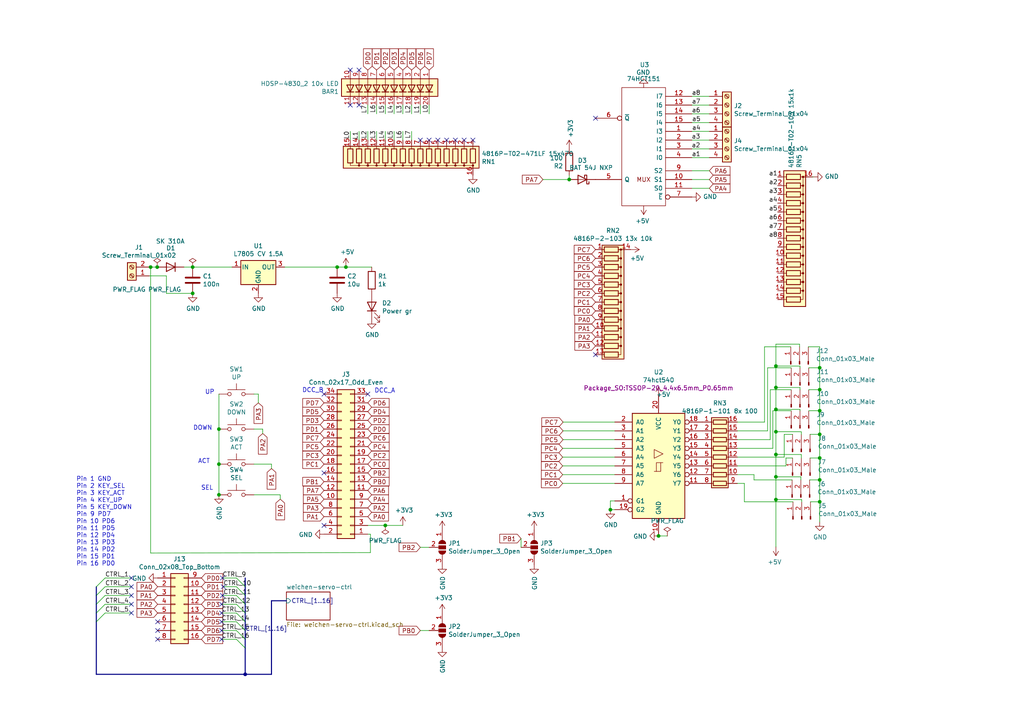
<source format=kicad_sch>
(kicad_sch (version 20211123) (generator eeschema)
  (paper "A4")
  (title_block (title "sboxnet weichenservo") (date "31.08.2019") (rev "1") (company "balagi"))
  (junction (at 177.038 147.828))
  (junction (at 225.044 138.303))
  (junction (at 43.688 77.47))
  (junction (at 165.1 52.07))
  (junction (at 237.744 119.126))
  (junction (at 71.12 195.58))
  (junction (at 237.744 125.984))
  (junction (at 237.744 145.542))
  (junction (at 63.5 134.62))
  (junction (at 237.744 113.03))
  (junction (at 97.79 77.47))
  (junction (at 225.044 144.907))
  (junction (at 225.044 118.745))
  (junction (at 45.593 77.47))
  (junction (at 63.5 143.51))
  (junction (at 63.5 124.46))
  (junction (at 237.744 106.68))
  (junction (at 225.044 131.826))
  (junction (at 225.044 106.172))
  (junction (at 237.744 132.842))
  (junction (at 191.008 155.448))
  (junction (at 237.744 139.192))
  (junction (at 225.044 112.395))
  (junction (at 55.88 77.47))
  (junction (at 225.044 125.222))
  (junction (at 55.88 85.09))
  (junction (at 111.76 152.4))
  (junction (at 100.33 77.47))
  (no_connect (at 38.1 170.18))
  (no_connect (at 64.516 172.72))
  (no_connect (at 172.72 102.87))
  (no_connect (at 101.6 20.32))
  (no_connect (at 64.262 175.26))
  (no_connect (at 45.72 182.88))
  (no_connect (at 129.54 40.64))
  (no_connect (at 172.72 34.29))
  (no_connect (at 132.08 40.64))
  (no_connect (at 101.6 30.48))
  (no_connect (at 45.72 185.42))
  (no_connect (at 38.1 172.72))
  (no_connect (at 45.72 180.34))
  (no_connect (at 124.46 40.64))
  (no_connect (at 121.92 40.64))
  (no_connect (at 127 40.64))
  (no_connect (at 93.98 152.4))
  (no_connect (at 64.262 182.88))
  (no_connect (at 64.262 185.42))
  (no_connect (at 64.77 170.18))
  (no_connect (at 64.516 167.64))
  (no_connect (at 104.14 30.48))
  (no_connect (at 38.1 167.64))
  (no_connect (at 64.262 177.8))
  (no_connect (at 104.14 20.32))
  (no_connect (at 137.16 40.64))
  (no_connect (at 93.98 137.16))
  (no_connect (at 38.1 177.8))
  (no_connect (at 64.262 180.34))
  (no_connect (at 106.68 114.3))
  (no_connect (at 93.98 114.3))
  (no_connect (at 38.1 175.26))
  (no_connect (at 134.62 40.64))
  (bus_entry (at 27.94 170.18) (size 2.54 -2.54))
  (bus_entry (at 27.94 172.72) (size 2.54 -2.54))
  (bus_entry (at 27.94 180.34) (size 2.54 -2.54))
  (bus_entry (at 27.94 175.26) (size 2.54 -2.54))
  (bus_entry (at 27.94 177.8) (size 2.54 -2.54))
  (bus_entry (at 68.58 172.72) (size 2.54 2.54))
  (bus_entry (at 68.58 175.26) (size 2.54 2.54))
  (bus_entry (at 68.58 177.8) (size 2.54 2.54))
  (bus_entry (at 68.58 180.34) (size 2.54 2.54))
  (bus_entry (at 68.58 185.42) (size 2.54 2.54))
  (bus_entry (at 68.58 167.64) (size 2.54 2.54))
  (bus_entry (at 68.58 182.88) (size 2.54 2.54))
  (bus_entry (at 68.58 170.18) (size 2.54 2.54))
  (wire (pts (xy 227.965 135.128) (xy 213.868 135.128)))
  (wire (pts (xy 200.66 43.18) (xy 205.74 43.18)))
  (wire (pts (xy 200.66 54.61) (xy 205.74 54.61)))
  (wire (pts (xy 232.029 112.395) (xy 232.029 113.03)))
  (bus (pts (xy 71.12 177.8) (xy 71.12 180.34)))
  (wire (pts (xy 227.965 132.842) (xy 227.965 135.128)))
  (bus (pts (xy 71.12 182.88) (xy 71.12 185.42)))
  (wire (pts (xy 30.48 172.72) (xy 38.1 172.72)))
  (wire (pts (xy 119.38 30.48) (xy 119.38 33.02)))
  (bus (pts (xy 71.12 167.64) (xy 71.12 170.18)))
  (wire (pts (xy 237.744 119.126) (xy 234.569 119.126)))
  (wire (pts (xy 81.28 144.78) (xy 81.28 143.51)))
  (wire (pts (xy 237.744 139.192) (xy 234.823 139.192)))
  (wire (pts (xy 48.26 80.01) (xy 43.307 80.01)))
  (wire (pts (xy 223.393 113.03) (xy 223.393 127.508)))
  (wire (pts (xy 225.044 118.745) (xy 225.044 112.395)))
  (wire (pts (xy 221.742 122.428) (xy 213.868 122.428)))
  (bus (pts (xy 71.12 175.26) (xy 71.12 177.8)))
  (wire (pts (xy 163.322 124.968) (xy 178.308 124.968)))
  (bus (pts (xy 27.94 175.26) (xy 27.94 177.8)))
  (bus (pts (xy 27.94 172.72) (xy 27.94 175.26)))
  (wire (pts (xy 157.48 52.07) (xy 165.1 52.07)))
  (wire (pts (xy 82.55 77.47) (xy 97.79 77.47)))
  (wire (pts (xy 200.66 45.72) (xy 205.74 45.72)))
  (wire (pts (xy 200.66 38.1) (xy 205.74 38.1)))
  (wire (pts (xy 224.155 130.048) (xy 213.868 130.048)))
  (bus (pts (xy 27.94 177.8) (xy 27.94 180.34)))
  (wire (pts (xy 177.038 145.288) (xy 177.038 147.828)))
  (wire (pts (xy 64.77 170.18) (xy 68.58 170.18)))
  (wire (pts (xy 237.744 139.192) (xy 237.744 132.842)))
  (wire (pts (xy 232.41 125.222) (xy 225.044 125.222)))
  (wire (pts (xy 107.442 154.94) (xy 106.68 154.94)))
  (bus (pts (xy 71.12 172.72) (xy 71.12 175.26)))
  (wire (pts (xy 232.283 138.303) (xy 225.044 138.303)))
  (wire (pts (xy 43.688 77.47) (xy 43.307 77.47)))
  (wire (pts (xy 107.442 160.274) (xy 107.442 154.94)))
  (wire (pts (xy 237.744 132.842) (xy 237.744 125.984)))
  (wire (pts (xy 225.044 125.222) (xy 225.044 131.826)))
  (wire (pts (xy 215.9 145.542) (xy 215.9 140.208)))
  (wire (pts (xy 78.74 135.89) (xy 78.74 134.62)))
  (bus (pts (xy 27.94 170.18) (xy 27.94 172.72)))
  (wire (pts (xy 232.537 144.907) (xy 225.044 144.907)))
  (wire (pts (xy 163.322 122.428) (xy 178.308 122.428)))
  (wire (pts (xy 177.038 147.828) (xy 178.308 147.828)))
  (wire (pts (xy 163.195 140.208) (xy 178.308 140.208)))
  (wire (pts (xy 232.283 139.192) (xy 232.283 138.303)))
  (wire (pts (xy 178.308 145.288) (xy 177.038 145.288)))
  (wire (pts (xy 235.712 51.308) (xy 235.966 51.308)))
  (wire (pts (xy 43.688 160.401) (xy 43.688 77.47)))
  (wire (pts (xy 227.457 132.588) (xy 227.457 125.984)))
  (wire (pts (xy 215.9 140.208) (xy 213.868 140.208)))
  (wire (pts (xy 111.76 40.64) (xy 111.76 38.1)))
  (wire (pts (xy 200.66 33.02) (xy 205.74 33.02)))
  (wire (pts (xy 200.66 52.07) (xy 205.74 52.07)))
  (wire (pts (xy 116.84 30.48) (xy 116.84 33.02)))
  (wire (pts (xy 163.195 130.048) (xy 178.308 130.048)))
  (wire (pts (xy 200.66 27.94) (xy 205.74 27.94)))
  (wire (pts (xy 229.87 132.842) (xy 227.965 132.842)))
  (wire (pts (xy 163.322 127.508) (xy 178.308 127.508)))
  (bus (pts (xy 71.12 195.58) (xy 78.74 195.58)))
  (wire (pts (xy 53.34 77.47) (xy 55.88 77.47)))
  (wire (pts (xy 30.48 170.18) (xy 38.1 170.18)))
  (wire (pts (xy 45.593 77.47) (xy 45.72 77.47)))
  (wire (pts (xy 218.694 139.192) (xy 218.694 137.668)))
  (wire (pts (xy 237.744 145.542) (xy 235.077 145.542)))
  (wire (pts (xy 64.262 177.8) (xy 68.58 177.8)))
  (wire (pts (xy 109.22 40.64) (xy 109.22 38.1)))
  (wire (pts (xy 104.14 38.1) (xy 104.14 40.64)))
  (bus (pts (xy 71.12 187.96) (xy 71.12 195.58)))
  (wire (pts (xy 229.489 119.126) (xy 224.155 119.126)))
  (bus (pts (xy 27.94 195.58) (xy 71.12 195.58)))
  (wire (pts (xy 229.489 113.03) (xy 223.393 113.03)))
  (wire (pts (xy 200.66 30.48) (xy 205.74 30.48)))
  (bus (pts (xy 27.94 180.34) (xy 27.94 195.58)))
  (wire (pts (xy 109.22 30.48) (xy 109.22 33.02)))
  (wire (pts (xy 114.3 30.48) (xy 114.3 33.02)))
  (wire (pts (xy 73.66 124.46) (xy 76.2 124.46)))
  (wire (pts (xy 30.48 175.26) (xy 38.1 175.26)))
  (bus (pts (xy 78.74 195.58) (xy 78.74 174.244)))
  (wire (pts (xy 200.66 35.56) (xy 205.74 35.56)))
  (wire (pts (xy 114.3 40.64) (xy 114.3 38.1)))
  (wire (pts (xy 222.631 124.968) (xy 213.868 124.968)))
  (wire (pts (xy 229.489 106.68) (xy 222.631 106.68)))
  (wire (pts (xy 63.5 114.3) (xy 63.5 124.46)))
  (wire (pts (xy 73.66 114.3) (xy 74.93 114.3)))
  (wire (pts (xy 163.195 135.128) (xy 178.308 135.128)))
  (wire (pts (xy 30.48 167.64) (xy 38.1 167.64)))
  (wire (pts (xy 225.044 125.222) (xy 225.044 118.745)))
  (wire (pts (xy 232.537 145.542) (xy 232.537 144.907)))
  (wire (pts (xy 229.743 139.192) (xy 218.694 139.192)))
  (wire (pts (xy 116.84 40.64) (xy 116.84 38.1)))
  (bus (pts (xy 78.74 174.244) (xy 83.058 174.244)))
  (wire (pts (xy 225.044 118.745) (xy 232.029 118.745)))
  (wire (pts (xy 64.262 185.42) (xy 68.58 185.42)))
  (wire (pts (xy 64.516 167.64) (xy 68.58 167.64)))
  (wire (pts (xy 121.92 158.75) (xy 124.46 158.75)))
  (wire (pts (xy 81.28 143.51) (xy 73.66 143.51)))
  (wire (pts (xy 232.41 132.842) (xy 232.41 131.826)))
  (wire (pts (xy 119.38 40.64) (xy 119.38 38.1)))
  (bus (pts (xy 71.12 180.34) (xy 71.12 182.88)))
  (wire (pts (xy 163.195 137.668) (xy 178.308 137.668)))
  (wire (pts (xy 222.631 106.68) (xy 222.631 124.968)))
  (wire (pts (xy 225.044 131.826) (xy 225.044 138.303)))
  (wire (pts (xy 74.93 116.84) (xy 74.93 114.3)))
  (wire (pts (xy 225.044 106.172) (xy 232.029 106.172)))
  (wire (pts (xy 64.262 182.88) (xy 68.58 182.88)))
  (wire (pts (xy 106.68 30.48) (xy 106.68 33.02)))
  (wire (pts (xy 200.66 40.64) (xy 205.74 40.64)))
  (wire (pts (xy 225.044 112.395) (xy 225.044 106.172)))
  (bus (pts (xy 71.12 170.18) (xy 71.12 172.72)))
  (wire (pts (xy 225.044 112.395) (xy 232.029 112.395)))
  (wire (pts (xy 237.744 125.984) (xy 237.744 119.126)))
  (wire (pts (xy 55.88 77.47) (xy 67.31 77.47)))
  (wire (pts (xy 237.744 125.984) (xy 234.95 125.984)))
  (wire (pts (xy 223.393 127.508) (xy 213.868 127.508)))
  (wire (pts (xy 165.1 50.8) (xy 165.1 52.07)))
  (wire (pts (xy 106.68 40.64) (xy 106.68 38.1)))
  (wire (pts (xy 229.362 100.584) (xy 221.742 100.584)))
  (wire (pts (xy 121.92 30.48) (xy 121.92 33.02)))
  (wire (pts (xy 221.742 100.584) (xy 221.742 122.428)))
  (wire (pts (xy 101.6 38.1) (xy 101.6 40.64)))
  (wire (pts (xy 163.195 132.588) (xy 178.308 132.588)))
  (wire (pts (xy 107.442 160.274) (xy 43.688 160.401)))
  (wire (pts (xy 124.46 30.48) (xy 124.46 33.02)))
  (wire (pts (xy 100.33 77.47) (xy 107.823 77.47)))
  (wire (pts (xy 106.68 152.4) (xy 111.76 152.4)))
  (wire (pts (xy 48.26 85.09) (xy 55.88 85.09)))
  (wire (pts (xy 237.744 106.68) (xy 237.744 100.584)))
  (wire (pts (xy 225.044 138.303) (xy 225.044 144.907)))
  (wire (pts (xy 237.744 119.126) (xy 237.744 113.03)))
  (wire (pts (xy 213.868 132.588) (xy 227.457 132.588)))
  (wire (pts (xy 237.744 113.03) (xy 234.569 113.03)))
  (wire (pts (xy 232.029 106.172) (xy 232.029 106.68)))
  (wire (pts (xy 64.516 172.72) (xy 68.58 172.72)))
  (wire (pts (xy 64.262 175.26) (xy 68.58 175.26)))
  (wire (pts (xy 63.5 134.62) (xy 63.5 143.51)))
  (wire (pts (xy 30.48 177.8) (xy 38.1 177.8)))
  (wire (pts (xy 232.41 125.984) (xy 232.41 125.222)))
  (wire (pts (xy 232.029 118.745) (xy 232.029 119.126)))
  (wire (pts (xy 237.744 145.542) (xy 237.744 139.192)))
  (wire (pts (xy 64.262 180.34) (xy 68.58 180.34)))
  (wire (pts (xy 225.044 106.172) (xy 225.044 99.822)))
  (wire (pts (xy 237.744 132.842) (xy 234.95 132.842)))
  (wire (pts (xy 231.902 99.822) (xy 231.902 100.584)))
  (wire (pts (xy 76.2 125.73) (xy 76.2 124.46)))
  (wire (pts (xy 237.744 113.03) (xy 237.744 106.68)))
  (wire (pts (xy 48.26 80.01) (xy 48.26 85.09)))
  (wire (pts (xy 218.694 137.668) (xy 213.868 137.668)))
  (wire (pts (xy 237.744 106.68) (xy 234.569 106.68)))
  (wire (pts (xy 73.66 134.62) (xy 78.74 134.62)))
  (wire (pts (xy 191.008 155.448) (xy 193.548 155.448)))
  (wire (pts (xy 237.744 151.384) (xy 237.744 145.542)))
  (wire (pts (xy 43.688 77.47) (xy 45.593 77.47)))
  (wire (pts (xy 232.41 131.826) (xy 225.044 131.826)))
  (wire (pts (xy 151.13 156.21) (xy 151.13 158.75)))
  (wire (pts (xy 227.457 125.984) (xy 229.87 125.984)))
  (wire (pts (xy 225.044 144.907) (xy 225.044 158.623)))
  (wire (pts (xy 229.997 145.542) (xy 215.9 145.542)))
  (wire (pts (xy 225.044 99.822) (xy 231.902 99.822)))
  (wire (pts (xy 97.79 77.47) (xy 100.33 77.47)))
  (wire (pts (xy 111.76 152.4) (xy 116.84 152.4)))
  (wire (pts (xy 237.744 100.584) (xy 234.442 100.584)))
  (wire (pts (xy 224.155 119.126) (xy 224.155 130.048)))
  (bus (pts (xy 71.12 185.42) (xy 71.12 187.96)))
  (wire (pts (xy 63.5 124.46) (xy 63.5 134.62)))
  (wire (pts (xy 121.92 182.88) (xy 124.46 182.88)))
  (wire (pts (xy 111.76 30.48) (xy 111.76 33.02)))
  (wire (pts (xy 200.66 49.53) (xy 205.74 49.53)))
  (text "DOWN" (at 56.007 124.968 0) (effects (font (size 1.27 1.27)) (justify left bottom)))
  (text "Pin 1 GND\nPin 2 KEY_SEL\nPin 3 KEY_ACT\nPin 4 KEY_UP\nPin 5 KEY_DOWN\nPin 9 PD7\nPin 10 PD6\nPin 11 PD5\nPin 12 PD4\nPin 13 PD3\nPin 14 PD2\nPin 15 PD1\nPin 16 PD0" (at 22.098 164.338 0) (effects (font (size 1.27 1.27)) (justify left bottom)))
  (text "DCC_B" (at 87.63 114.046 0) (effects (font (size 1.27 1.27)) (justify left bottom)))
  (text "UP" (at 59.436 114.554 0) (effects (font (size 1.27 1.27)) (justify left bottom)))
  (text "DCC_A" (at 108.585 114.173 0) (effects (font (size 1.27 1.27)) (justify left bottom)))
  (text "SEL" (at 58.293 142.367 0) (effects (font (size 1.27 1.27)) (justify left bottom)))
  (text "ACT" (at 57.404 134.62 0) (effects (font (size 1.27 1.27)) (justify left bottom)))
  (label "a6" (at 225.552 64.008 180))
  (label "L0" (at 124.46 32.766 90))
  (label "L3" (at 116.84 32.893 90))
  (label "CTRL_14" (at 64.262 180.34 0))
  (label "a3" (at 225.552 56.388 180))
  (label "CTRL_1" (at 30.48 167.64 0))
  (label "a1" (at 203.2 45.72 180))
  (label "CTRL_13" (at 64.262 177.8 0))
  (label "CTRL_2" (at 30.48 170.18 0))
  (label "CTRL_12" (at 64.516 175.26 0))
  (label "CTRL_4" (at 30.48 175.26 0))
  (label "L0" (at 101.6 40.386 90))
  (label "a4" (at 225.552 58.928 180))
  (label "L6" (at 116.84 40.259 90))
  (label "CTRL_3" (at 30.48 172.72 0))
  (label "L1" (at 104.14 40.513 90))
  (label "L2" (at 106.68 40.259 90))
  (label "a5" (at 225.552 61.468 180))
  (label "a2" (at 203.1492 43.18 180))
  (label "L7" (at 106.68 32.893 90))
  (label "CTRL_9" (at 64.516 167.64 0))
  (label "CTRL_15" (at 64.262 182.88 0))
  (label "CTRL_16" (at 64.262 185.42 0))
  (label "a8" (at 225.552 69.088 180))
  (label "CTRL_10" (at 64.77 170.18 0))
  (label "L4" (at 114.3 32.893 90))
  (label "CTRL_5" (at 30.48 177.8 0))
  (label "CTRL_11" (at 64.77 172.72 0))
  (label "a7" (at 225.552 66.548 180))
  (label "L7" (at 119.38 40.259 90))
  (label "a6" (at 203.2 33.02 180))
  (label "L2" (at 119.38 32.893 90))
  (label "L4" (at 111.76 40.259 90))
  (label "a7" (at 203.2 30.48 180))
  (label "a8" (at 203.2 27.94 180))
  (label "a1" (at 225.552 51.308 180))
  (label "L5" (at 114.3 40.259 90))
  (label "L6" (at 109.22 32.766 90))
  (label "a4" (at 203.2508 38.1 180))
  (label "L1" (at 121.92 32.893 90))
  (label "L5" (at 111.76 32.893 90))
  (label "a3" (at 203.1492 40.64 180))
  (label "a5" (at 203.2508 35.56 180))
  (label "L3" (at 109.22 40.259 90))
  (label "a2" (at 225.552 53.848 180))
  (label "CTRL_[1..16]" (at 71.12 183.388 0))
  (global_label "PD3" (shape input) (at 93.98 121.92 180) (property "Referenzen zwischen Schaltplänen" "${INTERSHEET_REFS}" (effects hide)))
  (global_label "PB0" (shape input) (at 121.92 182.88 180) (property "Referenzen zwischen Schaltplänen" "${INTERSHEET_REFS}" (effects hide)))
  (global_label "PA4" (shape input) (at 106.68 144.78 0) (property "Referenzen zwischen Schaltplänen" "${INTERSHEET_REFS}" (effects hide)))
  (global_label "PC5" (shape input) (at 93.98 129.54 180) (property "Referenzen zwischen Schaltplänen" "${INTERSHEET_REFS}" (effects hide)))
  (global_label "PB1" (shape input) (at 93.98 139.7 180) (property "Referenzen zwischen Schaltplänen" "${INTERSHEET_REFS}" (effects hide)))
  (global_label "PA0" (shape input) (at 172.72 92.71 180) (property "Referenzen zwischen Schaltplänen" "${INTERSHEET_REFS}" (effects hide)))
  (global_label "PC4" (shape input) (at 106.68 129.54 0) (property "Referenzen zwischen Schaltplänen" "${INTERSHEET_REFS}" (effects hide)))
  (global_label "PA0" (shape input) (at 81.28 144.78 270) (property "Referenzen zwischen Schaltplänen" "${INTERSHEET_REFS}" (effects hide)))
  (global_label "PA1" (shape input) (at 93.98 149.86 180) (property "Referenzen zwischen Schaltplänen" "${INTERSHEET_REFS}" (effects hide)))
  (global_label "PC5" (shape input) (at 163.322 127.508 180) (property "Referenzen zwischen Schaltplänen" "${INTERSHEET_REFS}" (effects hide)))
  (global_label "PC6" (shape input) (at 172.72 74.93 180) (property "Referenzen zwischen Schaltplänen" "${INTERSHEET_REFS}" (effects hide)))
  (global_label "PD1" (shape input) (at 109.22 20.32 90) (property "Referenzen zwischen Schaltplänen" "${INTERSHEET_REFS}" (effects hide)))
  (global_label "PC3" (shape input) (at 172.72 82.55 180) (property "Referenzen zwischen Schaltplänen" "${INTERSHEET_REFS}" (effects hide)))
  (global_label "PC1" (shape input) (at 172.72 87.63 180) (property "Referenzen zwischen Schaltplänen" "${INTERSHEET_REFS}" (effects hide)))
  (global_label "PD7" (shape input) (at 93.98 116.84 180) (property "Referenzen zwischen Schaltplänen" "${INTERSHEET_REFS}" (effects hide)))
  (global_label "PC0" (shape input) (at 163.195 140.208 180) (property "Referenzen zwischen Schaltplänen" "${INTERSHEET_REFS}" (effects hide)))
  (global_label "PA2" (shape input) (at 76.2 125.73 270) (property "Referenzen zwischen Schaltplänen" "${INTERSHEET_REFS}" (effects hide)))
  (global_label "PC3" (shape input) (at 93.98 132.08 180) (property "Referenzen zwischen Schaltplänen" "${INTERSHEET_REFS}" (effects hide)))
  (global_label "PB0" (shape input) (at 106.68 139.7 0) (property "Referenzen zwischen Schaltplänen" "${INTERSHEET_REFS}" (effects hide)))
  (global_label "PD6" (shape input) (at 58.42 182.88 0) (property "Referenzen zwischen Schaltplänen" "${INTERSHEET_REFS}" (effects hide)))
  (global_label "PC6" (shape input) (at 163.322 124.968 180) (property "Referenzen zwischen Schaltplänen" "${INTERSHEET_REFS}" (effects hide)))
  (global_label "PA1" (shape input) (at 45.72 172.72 180) (property "Referenzen zwischen Schaltplänen" "${INTERSHEET_REFS}" (effects hide)))
  (global_label "PD2" (shape input) (at 58.42 172.72 0) (property "Referenzen zwischen Schaltplänen" "${INTERSHEET_REFS}" (effects hide)))
  (global_label "PD6" (shape input) (at 106.68 116.84 0) (property "Referenzen zwischen Schaltplänen" "${INTERSHEET_REFS}" (effects hide)))
  (global_label "PC1" (shape input) (at 93.98 134.62 180) (property "Referenzen zwischen Schaltplänen" "${INTERSHEET_REFS}" (effects hide)))
  (global_label "PD5" (shape input) (at 93.98 119.38 180) (property "Referenzen zwischen Schaltplänen" "${INTERSHEET_REFS}" (effects hide)))
  (global_label "PC5" (shape input) (at 172.72 77.47 180) (property "Referenzen zwischen Schaltplänen" "${INTERSHEET_REFS}" (effects hide)))
  (global_label "PA7" (shape input) (at 157.48 52.07 180) (property "Referenzen zwischen Schaltplänen" "${INTERSHEET_REFS}" (effects hide)))
  (global_label "PC7" (shape input) (at 163.322 122.428 180) (property "Referenzen zwischen Schaltplänen" "${INTERSHEET_REFS}" (effects hide)))
  (global_label "PD1" (shape input) (at 93.98 124.46 180) (property "Referenzen zwischen Schaltplänen" "${INTERSHEET_REFS}" (effects hide)))
  (global_label "PD0" (shape input) (at 58.42 167.64 0) (property "Referenzen zwischen Schaltplänen" "${INTERSHEET_REFS}" (effects hide)))
  (global_label "PA3" (shape input) (at 93.98 147.32 180) (property "Referenzen zwischen Schaltplänen" "${INTERSHEET_REFS}" (effects hide)))
  (global_label "PC6" (shape input) (at 106.68 127 0) (property "Referenzen zwischen Schaltplänen" "${INTERSHEET_REFS}" (effects hide)))
  (global_label "PA5" (shape input) (at 93.98 144.78 180) (property "Referenzen zwischen Schaltplänen" "${INTERSHEET_REFS}" (effects hide)))
  (global_label "PD5" (shape input) (at 58.42 180.34 0) (property "Referenzen zwischen Schaltplänen" "${INTERSHEET_REFS}" (effects hide)))
  (global_label "PC4" (shape input) (at 172.72 80.01 180) (property "Referenzen zwischen Schaltplänen" "${INTERSHEET_REFS}" (effects hide)))
  (global_label "PA1" (shape input) (at 172.72 95.25 180) (property "Referenzen zwischen Schaltplänen" "${INTERSHEET_REFS}" (effects hide)))
  (global_label "PA2" (shape input) (at 106.68 147.32 0) (property "Referenzen zwischen Schaltplänen" "${INTERSHEET_REFS}" (effects hide)))
  (global_label "PC7" (shape input) (at 172.72 72.39 180) (property "Referenzen zwischen Schaltplänen" "${INTERSHEET_REFS}" (effects hide)))
  (global_label "PD4" (shape input) (at 106.68 119.38 0) (property "Referenzen zwischen Schaltplänen" "${INTERSHEET_REFS}" (effects hide)))
  (global_label "PD5" (shape input) (at 119.38 20.32 90) (property "Referenzen zwischen Schaltplänen" "${INTERSHEET_REFS}" (effects hide)))
  (global_label "PB2" (shape input) (at 106.68 137.16 0) (property "Referenzen zwischen Schaltplänen" "${INTERSHEET_REFS}" (effects hide)))
  (global_label "PC0" (shape input) (at 172.72 90.17 180) (property "Referenzen zwischen Schaltplänen" "${INTERSHEET_REFS}" (effects hide)))
  (global_label "PD7" (shape input) (at 124.46 20.32 90) (property "Referenzen zwischen Schaltplänen" "${INTERSHEET_REFS}" (effects hide)))
  (global_label "PD3" (shape input) (at 114.3 20.32 90) (property "Referenzen zwischen Schaltplänen" "${INTERSHEET_REFS}" (effects hide)))
  (global_label "PA6" (shape input) (at 106.68 142.24 0) (property "Referenzen zwischen Schaltplänen" "${INTERSHEET_REFS}" (effects hide)))
  (global_label "PC0" (shape input) (at 106.68 134.62 0) (property "Referenzen zwischen Schaltplänen" "${INTERSHEET_REFS}" (effects hide)))
  (global_label "PA2" (shape input) (at 172.72 97.79 180) (property "Referenzen zwischen Schaltplänen" "${INTERSHEET_REFS}" (effects hide)))
  (global_label "PA6" (shape input) (at 205.74 49.53 0) (property "Referenzen zwischen Schaltplänen" "${INTERSHEET_REFS}" (effects hide)))
  (global_label "PA2" (shape input) (at 45.72 175.26 180) (property "Referenzen zwischen Schaltplänen" "${INTERSHEET_REFS}" (effects hide)))
  (global_label "PC2" (shape input) (at 106.68 132.08 0) (property "Referenzen zwischen Schaltplänen" "${INTERSHEET_REFS}" (effects hide)))
  (global_label "PD2" (shape input) (at 106.68 121.92 0) (property "Referenzen zwischen Schaltplänen" "${INTERSHEET_REFS}" (effects hide)))
  (global_label "PD7" (shape input) (at 58.42 185.42 0) (property "Referenzen zwischen Schaltplänen" "${INTERSHEET_REFS}" (effects hide)))
  (global_label "PA3" (shape input) (at 74.93 116.84 270) (property "Referenzen zwischen Schaltplänen" "${INTERSHEET_REFS}" (effects hide)))
  (global_label "PC3" (shape input) (at 163.195 132.588 180) (property "Referenzen zwischen Schaltplänen" "${INTERSHEET_REFS}" (effects hide)))
  (global_label "PD2" (shape input) (at 111.76 20.32 90) (property "Referenzen zwischen Schaltplänen" "${INTERSHEET_REFS}" (effects hide)))
  (global_label "PD1" (shape input) (at 58.42 170.18 0) (property "Referenzen zwischen Schaltplänen" "${INTERSHEET_REFS}" (effects hide)))
  (global_label "PA3" (shape input) (at 172.72 100.33 180) (property "Referenzen zwischen Schaltplänen" "${INTERSHEET_REFS}" (effects hide)))
  (global_label "PD0" (shape input) (at 106.68 124.46 0) (property "Referenzen zwischen Schaltplänen" "${INTERSHEET_REFS}" (effects hide)))
  (global_label "PD4" (shape input) (at 116.84 20.32 90) (property "Referenzen zwischen Schaltplänen" "${INTERSHEET_REFS}" (effects hide)))
  (global_label "PD6" (shape input) (at 121.92 20.32 90) (property "Referenzen zwischen Schaltplänen" "${INTERSHEET_REFS}" (effects hide)))
  (global_label "PA7" (shape input) (at 93.98 142.24 180) (property "Referenzen zwischen Schaltplänen" "${INTERSHEET_REFS}" (effects hide)))
  (global_label "PA5" (shape input) (at 205.74 52.07 0) (property "Referenzen zwischen Schaltplänen" "${INTERSHEET_REFS}" (effects hide)))
  (global_label "PD4" (shape input) (at 58.42 177.8 0) (property "Referenzen zwischen Schaltplänen" "${INTERSHEET_REFS}" (effects hide)))
  (global_label "PA1" (shape input) (at 78.74 135.89 270) (property "Referenzen zwischen Schaltplänen" "${INTERSHEET_REFS}" (effects hide)))
  (global_label "PC7" (shape input) (at 93.98 127 180) (property "Referenzen zwischen Schaltplänen" "${INTERSHEET_REFS}" (effects hide)))
  (global_label "PC2" (shape input) (at 172.72 85.09 180) (property "Referenzen zwischen Schaltplänen" "${INTERSHEET_REFS}" (effects hide)))
  (global_label "PA0" (shape input) (at 106.68 149.86 0) (property "Referenzen zwischen Schaltplänen" "${INTERSHEET_REFS}" (effects hide)))
  (global_label "PC2" (shape input) (at 163.195 135.128 180) (property "Referenzen zwischen Schaltplänen" "${INTERSHEET_REFS}" (effects hide)))
  (global_label "PB1" (shape input) (at 151.13 156.21 180) (property "Referenzen zwischen Schaltplänen" "${INTERSHEET_REFS}" (effects hide)))
  (global_label "PC4" (shape input) (at 163.195 130.048 180) (property "Referenzen zwischen Schaltplänen" "${INTERSHEET_REFS}" (effects hide)))
  (global_label "PC1" (shape input) (at 163.195 137.668 180) (property "Referenzen zwischen Schaltplänen" "${INTERSHEET_REFS}" (effects hide)))
  (global_label "PA3" (shape input) (at 45.72 177.8 180) (property "Referenzen zwischen Schaltplänen" "${INTERSHEET_REFS}" (effects hide)))
  (global_label "PD0" (shape input) (at 106.68 20.32 90) (property "Referenzen zwischen Schaltplänen" "${INTERSHEET_REFS}" (effects hide)))
  (global_label "PB2" (shape input) (at 121.92 158.75 180) (property "Referenzen zwischen Schaltplänen" "${INTERSHEET_REFS}" (effects hide)))
  (global_label "PA0" (shape input) (at 45.72 170.18 180) (property "Referenzen zwischen Schaltplänen" "${INTERSHEET_REFS}" (effects hide)))
  (global_label "PA4" (shape input) (at 205.74 54.61 0) (property "Referenzen zwischen Schaltplänen" "${INTERSHEET_REFS}" (effects hide)))
  (global_label "PD3" (shape input) (at 58.42 175.26 0) (property "Referenzen zwischen Schaltplänen" "${INTERSHEET_REFS}" (effects hide)))
  (symbol (lib_id "Device:C") (at 55.88 81.28 0) (unit 1)
    (property "Reference" "C1" (at 58.801 80.1116 0) (effects (justify left)))
    (property "Value" "100n" (at 58.801 82.423 0) (effects (justify left)))
    (property "Footprint" "Capacitor_SMD:C_1206_3216Metric" (effects hide))
  )
  (symbol (lib_id "Connector:Screw_Terminal_01x02") (at 38.227 80.01 180) (unit 1)
    (property "Reference" "J1" (at 40.3098 71.755 0))
    (property "Value" "Screw_Terminal_01x02" (at 40.3098 74.0664 0))
    (property "Footprint" "TerminalBlock:TerminalBlock_Altech_AK300-2_P5.00mm" (effects hide))
  )
  (symbol (lib_id "Device:R") (at 107.823 81.28 0) (unit 1)
    (property "Reference" "R1" (at 109.601 80.1116 0) (effects (justify left)))
    (property "Value" "1k" (at 109.601 82.423 0) (effects (justify left)))
    (property "Footprint" "Resistor_SMD:R_1206_3216Metric_Pad1.42x1.75mm_HandSolder" (effects hide))
  )
  (symbol (lib_id "Device:LED") (at 107.823 88.9 90) (unit 1)
    (property "Reference" "D2" (at 110.7948 87.9094 90) (effects (justify right)))
    (property "Value" "Power gr" (at 110.7948 90.2208 90) (effects (justify right)))
    (property "Footprint" "Resistor_SMD:R_1206_3216Metric_Pad1.42x1.75mm_HandSolder" (effects hide))
  )
  (symbol (lib_id "Connector_Generic:Conn_02x17_Odd_Even") (at 101.6 134.62 180) (unit 1)
    (property "Reference" "J3" (at 100.33 108.585 0))
    (property "Value" "Conn_02x17_Odd_Even" (at 100.33 110.8964 0))
    (property "Footprint" "sboxnet:sboxnet-stecker-2x17" (effects hide))
  )
  (symbol (lib_id "74xx_IEEE:74151") (at 186.69 43.18 180) (unit 1)
    (property "Reference" "U3" (at 186.944 18.796 0))
    (property "Value" "74HCT151" (at 186.69 22.86 0))
    (property "Footprint" "Package_SO:SOIC-16_4.55x10.3mm_P1.27mm" (effects hide))
  )
  (symbol (lib_id "power:+5V") (at 191.008 114.808 0) (unit 1)
    (property "Reference" "#PWR015" (effects hide))
    (property "Value" "+5V" (at 192.405 114.427 0))
  )
  (symbol (lib_id "LED:HDSP-4830_2") (at 114.3 25.4 270) (unit 1)
    (property "Reference" "BAR1" (at 98.298 26.5684 90) (effects (justify right)))
    (property "Value" "HDSP-4830_2 10x LED" (at 98.298 24.257 90) (effects (justify right)))
    (property "Footprint" "Display:HDSP-4830" (effects hide))
    (property "Datasheet" "https://docs.broadcom.com/docs/AV02-1798EN" (effects hide))
  )
  (symbol (lib_id "Device:R_Pack08") (at 208.788 132.588 270) (unit 1)
    (property "Reference" "RN3" (at 208.788 116.9162 90))
    (property "Value" "4816P-1-101 8x 100" (at 208.788 119.2276 90))
    (property "Footprint" "Package_SO:SOIC-16W_5.3x10.2mm_P1.27mm" (effects hide))
  )
  (symbol (lib_id "Connector:Conn_01x03_Male") (at 232.029 124.206 90) (unit 1)
    (property "Reference" "J9" (at 236.8042 120.2944 90) (effects (justify right)))
    (property "Value" "Conn_01x03_Male" (at 236.8042 122.6058 90) (effects (justify right)))
    (property "Footprint" "Connector_PinHeader_2.54mm:PinHeader_1x03_P2.54mm_Vertical" (effects hide))
  )
  (symbol (lib_id "power:GND") (at 107.823 92.71 0) (unit 1)
    (property "Reference" "#PWR0103" (effects hide))
    (property "Value" "GND" (at 107.95 97.1042 0))
  )
  (symbol (lib_id "power:GND") (at 200.66 57.15 90) (unit 1)
    (property "Reference" "#PWR0106" (effects hide))
    (property "Value" "GND" (at 203.9112 57.023 90) (effects (justify right)))
  )
  (symbol (lib_id "power:+5V") (at 225.044 158.623 180) (unit 1)
    (property "Reference" "#PWR017" (effects hide))
    (property "Value" "+5V" (at 224.663 163.0172 0))
  )
  (symbol (lib_id "power:GND") (at 186.69 25.4 180) (unit 1)
    (property "Reference" "#PWR0107" (effects hide))
    (property "Value" "GND" (at 186.563 21.0058 0))
  )
  (symbol (lib_id "power:GND") (at 93.98 154.94 270) (unit 1)
    (property "Reference" "#PWR0108" (effects hide))
    (property "Value" "GND" (at 90.7288 155.067 90) (effects (justify right)))
  )
  (symbol (lib_id "power:GND") (at 177.038 147.828 0) (unit 1)
    (property "Reference" "#PWR0109" (effects hide))
    (property "Value" "GND" (at 177.165 152.2222 0))
  )
  (symbol (lib_id "power:GND") (at 237.744 151.384 0) (unit 1)
    (property "Reference" "#PWR0111" (effects hide))
    (property "Value" "GND" (at 237.871 155.7782 0))
  )
  (symbol (lib_id "Connector:Conn_01x03_Male") (at 232.41 131.064 90) (unit 1)
    (property "Reference" "J8" (at 237.1852 127.1524 90) (effects (justify right)))
    (property "Value" "Conn_01x03_Male" (at 237.1852 129.4638 90) (effects (justify right)))
    (property "Footprint" "Connector_PinHeader_2.54mm:PinHeader_1x03_P2.54mm_Vertical" (effects hide))
  )
  (symbol (lib_id "Connector:Conn_01x03_Male") (at 232.41 137.922 90) (unit 1)
    (property "Reference" "J7" (at 237.1852 134.0104 90) (effects (justify right)))
    (property "Value" "Conn_01x03_Male" (at 237.1852 136.3218 90) (effects (justify right)))
    (property "Footprint" "Connector_PinHeader_2.54mm:PinHeader_1x03_P2.54mm_Vertical" (effects hide))
  )
  (symbol (lib_id "Connector:Conn_01x03_Male") (at 232.283 144.272 90) (unit 1)
    (property "Reference" "J6" (at 237.0582 140.3604 90) (effects (justify right)))
    (property "Value" "Conn_01x03_Male" (at 237.0582 142.6718 90) (effects (justify right)))
    (property "Footprint" "Connector_PinHeader_2.54mm:PinHeader_1x03_P2.54mm_Vertical" (effects hide))
  )
  (symbol (lib_id "Connector:Conn_01x03_Male") (at 232.537 150.622 90) (unit 1)
    (property "Reference" "J5" (at 237.3122 146.7104 90) (effects (justify right)))
    (property "Value" "Conn_01x03_Male" (at 237.3122 149.0218 90) (effects (justify right)))
    (property "Footprint" "Connector_PinHeader_2.54mm:PinHeader_1x03_P2.54mm_Vertical" (effects hide))
  )
  (symbol (lib_id "Connector:Conn_01x03_Male") (at 232.029 118.11 90) (unit 1)
    (property "Reference" "J10" (at 236.8042 114.1984 90) (effects (justify right)))
    (property "Value" "Conn_01x03_Male" (at 236.8042 116.5098 90) (effects (justify right)))
    (property "Footprint" "Connector_PinHeader_2.54mm:PinHeader_1x03_P2.54mm_Vertical" (effects hide))
  )
  (symbol (lib_id "Connector:Conn_01x03_Male") (at 232.029 111.76 90) (unit 1)
    (property "Reference" "J11" (at 236.8042 107.8484 90) (effects (justify right)))
    (property "Value" "Conn_01x03_Male" (at 236.8042 110.1598 90) (effects (justify right)))
    (property "Footprint" "Connector_PinHeader_2.54mm:PinHeader_1x03_P2.54mm_Vertical" (effects hide))
  )
  (symbol (lib_id "Connector:Conn_01x03_Male") (at 231.902 105.664 90) (unit 1)
    (property "Reference" "J12" (at 236.6772 101.7524 90) (effects (justify right)))
    (property "Value" "Conn_01x03_Male" (at 236.6772 104.0638 90) (effects (justify right)))
    (property "Footprint" "Connector_PinHeader_2.54mm:PinHeader_1x03_P2.54mm_Vertical" (effects hide))
  )
  (symbol (lib_id "power:GND") (at 74.93 85.09 0) (unit 1)
    (property "Reference" "#PWR0102" (effects hide))
    (property "Value" "GND" (at 75.057 89.4842 0))
  )
  (symbol (lib_id "power:GND") (at 191.008 155.448 270) (unit 1)
    (property "Reference" "#PWR0110" (effects hide))
    (property "Value" "GND" (at 187.7568 155.575 90) (effects (justify right)))
  )
  (symbol (lib_id "power:+5V") (at 186.69 59.69 180) (unit 1)
    (property "Reference" "#PWR010" (effects hide))
    (property "Value" "+5V" (at 186.309 64.0842 0))
  )
  (symbol (lib_id "Connector:Screw_Terminal_01x04") (at 210.82 30.48 0) (unit 1)
    (property "Reference" "J2" (at 212.852 30.6832 0) (effects (justify left)))
    (property "Value" "Screw_Terminal_01x04" (at 212.852 32.9946 0) (effects (justify left)))
    (property "Footprint" "TerminalBlock_Altech:Altech_AK300_1x04_P5.00mm_45-Degree" (effects hide))
  )
  (symbol (lib_id "Connector:Screw_Terminal_01x04") (at 210.82 40.64 0) (unit 1)
    (property "Reference" "J4" (at 212.852 40.8432 0) (effects (justify left)))
    (property "Value" "Screw_Terminal_01x04" (at 212.852 43.1546 0) (effects (justify left)))
    (property "Footprint" "TerminalBlock_Altech:Altech_AK300_1x04_P5.00mm_45-Degree" (effects hide))
  )
  (symbol (lib_id "Device:D") (at 49.53 77.47 180) (unit 1)
    (property "Reference" "D1" (at 49.53 71.9582 0))
    (property "Value" "SK 310A" (at 49.403 69.977 0))
    (property "Footprint" "Diode_SMD:D_SMA_Handsoldering" (effects hide))
  )
  (symbol (lib_id "power:+5V") (at 182.88 72.39 270) (unit 1)
    (property "Reference" "#PWR0101" (effects hide))
    (property "Value" "+5V" (at 184.785 74.93 90))
  )
  (symbol (lib_id "Device:C") (at 97.79 81.28 0) (unit 1)
    (property "Reference" "C2" (at 100.711 80.1116 0) (effects (justify left)))
    (property "Value" "10u" (at 100.711 82.423 0) (effects (justify left)))
    (property "Footprint" "Capacitor_SMD:C_1206_3216Metric" (effects hide))
  )
  (symbol (lib_id "sboxnet:74hct540") (at 179.578 117.348 0) (unit 1)
    (property "Reference" "U2" (at 191.008 107.9246 0))
    (property "Value" "74hct540" (at 191.008 110.236 0))
    (property "Footprint" "Package_SO:TSSOP-20_4.4x6.5mm_P0.65mm" (at 191.008 112.5474 0))
  )
  (symbol (lib_id "power:GND") (at 128.27 163.83 0) (unit 1)
    (property "Reference" "#PWR0113" (effects hide))
    (property "Value" "GND" (at 128.397 167.0812 90) (effects (justify right)))
  )
  (symbol (lib_id "power:GND") (at 55.88 85.09 0) (unit 1)
    (property "Reference" "#PWR01" (effects hide))
    (property "Value" "GND" (at 56.007 89.4842 0))
  )
  (symbol (lib_id "power:GND") (at 97.79 85.09 0) (unit 1)
    (property "Reference" "#PWR03" (effects hide))
    (property "Value" "GND" (at 97.917 89.4842 0))
  )
  (symbol (lib_id "power:+5V") (at 100.33 77.47 0) (unit 1)
    (property "Reference" "#PWR04" (effects hide))
    (property "Value" "+5V" (at 100.711 73.0758 0))
  )
  (symbol (lib_id "power:PWR_FLAG") (at 45.593 77.47 0) (unit 1)
    (property "Reference" "#FLG01" (effects hide))
    (property "Value" "PWR_FLAG" (at 37.465 83.947 0))
  )
  (symbol (lib_id "Device:D_Schottky") (at 168.91 52.07 180) (unit 1)
    (property "Reference" "D3" (at 168.91 46.5582 0))
    (property "Value" "BAT 54J NXP" (at 171.45 48.641 0))
    (property "Footprint" "Diode_SMD:D_SOD-323_HandSoldering" (effects hide))
  )
  (symbol (lib_id "Device:R") (at 165.1 46.99 180) (unit 1)
    (property "Reference" "R2" (at 163.322 48.1584 0) (effects (justify left)))
    (property "Value" "100" (at 163.322 45.847 0) (effects (justify left)))
    (property "Footprint" "Resistor_SMD:R_1206_3216Metric_Pad1.42x1.75mm_HandSolder" (effects hide))
  )
  (symbol (lib_id "power:+3.3V") (at 165.1 43.18 0) (unit 1)
    (property "Reference" "#PWR0105" (effects hide))
    (property "Value" "+3.3V" (at 165.481 39.9288 90) (effects (justify left)))
  )
  (symbol (lib_id "Switch:SW_Push") (at 68.58 143.51 0) (unit 1)
    (property "Reference" "SW4" (at 68.58 136.271 0))
    (property "Value" "SEL" (at 68.58 138.5824 0))
    (property "Footprint" "sboxnet:JTP-1130" (effects hide))
  )
  (symbol (lib_id "Switch:SW_Push") (at 68.58 134.62 0) (unit 1)
    (property "Reference" "SW3" (at 68.58 127.381 0))
    (property "Value" "ACT" (at 68.58 129.6924 0))
    (property "Footprint" "sboxnet:JTP-1130" (effects hide))
  )
  (symbol (lib_id "Switch:SW_Push") (at 68.58 124.46 0) (unit 1)
    (property "Reference" "SW2" (at 68.58 117.221 0))
    (property "Value" "DOWN" (at 68.58 119.5324 0))
    (property "Footprint" "sboxnet:JTP-1130" (effects hide))
  )
  (symbol (lib_id "Switch:SW_Push") (at 68.58 114.3 0) (unit 1)
    (property "Reference" "SW1" (at 68.58 107.061 0))
    (property "Value" "UP" (at 68.58 109.3724 0))
    (property "Footprint" "sboxnet:JTP-1130" (effects hide))
  )
  (symbol (lib_id "power:GND") (at 63.5 143.51 0) (unit 1)
    (property "Reference" "#PWR0114" (effects hide))
    (property "Value" "GND" (at 63.627 146.7612 90) (effects (justify right)))
  )
  (symbol (lib_id "sboxnet:R_Network15") (at 121.92 45.72 180) (unit 1)
    (property "Reference" "RN1" (at 139.7 46.8884 0) (effects (justify right)))
    (property "Value" "4816P-T02-471LF 15x470" (at 139.7 44.577 0) (effects (justify right)))
    (property "Footprint" "Package_SO:SOIC-16W_5.3x10.2mm_P1.27mm" (effects hide))
  )
  (symbol (lib_id "sboxnet:R_Network13") (at 177.8 87.63 270) (unit 1)
    (property "Reference" "RN2" (at 177.8 66.8782 90))
    (property "Value" "4816P-2-103 13x 10k" (at 177.8 69.1896 90))
    (property "Footprint" "sboxnet:soic-14-8-6" (effects hide))
    (property "Datasheet" "http://www.vishay.com/docs/31509/csc.pdf" (effects hide))
  )
  (symbol (lib_id "sboxnet-weichenservo-rescue:SolderJumper_3_Open-Jumper") (at 128.27 158.75 270) (unit 1)
    (property "Reference" "JP1" (at 129.9972 157.5816 90) (effects (justify left)))
    (property "Value" "SolderJumper_3_Open" (at 129.9972 159.893 90) (effects (justify left)))
    (property "Footprint" "Jumper:SolderJumper-3_P1.3mm_Open_RoundedPad1.0x1.5mm" (effects hide))
  )
  (symbol (lib_id "power:+3.3V") (at 128.27 153.67 0) (unit 1)
    (property "Reference" "#PWR0117" (effects hide))
    (property "Value" "+3.3V" (at 128.651 149.2758 0))
  )
  (symbol (lib_id "sboxnet-weichenservo-rescue:SolderJumper_3_Open-Jumper") (at 154.94 158.75 270) (unit 1)
    (property "Reference" "JP3" (at 156.6672 157.5816 90) (effects (justify left)))
    (property "Value" "SolderJumper_3_Open" (at 156.6672 159.893 90) (effects (justify left)))
    (property "Footprint" "Jumper:SolderJumper-3_P1.3mm_Open_RoundedPad1.0x1.5mm" (effects hide))
  )
  (symbol (lib_id "power:+3.3V") (at 154.94 153.67 0) (unit 1)
    (property "Reference" "#PWR0118" (effects hide))
    (property "Value" "+3.3V" (at 155.321 149.2758 0))
  )
  (symbol (lib_id "power:GND") (at 154.94 163.83 0) (unit 1)
    (property "Reference" "#PWR0119" (effects hide))
    (property "Value" "GND" (at 155.067 167.0812 90) (effects (justify right)))
  )
  (symbol (lib_id "power:GND") (at 128.27 187.96 0) (unit 1)
    (property "Reference" "#PWR0120" (effects hide))
    (property "Value" "GND" (at 128.397 191.2112 90) (effects (justify right)))
  )
  (symbol (lib_id "sboxnet-weichenservo-rescue:SolderJumper_3_Open-Jumper") (at 128.27 182.88 270) (unit 1)
    (property "Reference" "JP2" (at 129.9972 181.7116 90) (effects (justify left)))
    (property "Value" "SolderJumper_3_Open" (at 129.9972 184.023 90) (effects (justify left)))
    (property "Footprint" "Jumper:SolderJumper-3_P1.3mm_Open_RoundedPad1.0x1.5mm" (effects hide))
  )
  (symbol (lib_id "power:+3.3V") (at 128.27 177.8 0) (unit 1)
    (property "Reference" "#PWR0121" (effects hide))
    (property "Value" "+3.3V" (at 128.651 173.4058 0))
  )
  (symbol (lib_id "Connector_Generic:Conn_02x08_Top_Bottom") (at 50.8 175.26 0) (unit 1)
    (property "Reference" "J13" (at 52.07 162.1282 0))
    (property "Value" "Conn_02x08_Top_Bottom" (at 52.07 164.4396 0))
    (property "Footprint" "Connector_PinSocket_2.54mm:PinSocket_2x08_P2.54mm_Vertical" (effects hide))
  )
  (symbol (lib_id "power:PWR_FLAG") (at 193.548 155.448 0) (unit 1)
    (property "Reference" "#FLG0101" (effects hide))
    (property "Value" "PWR_FLAG" (at 193.548 151.0538 0))
  )
  (symbol (lib_id "power:GND") (at 137.16 50.8 0) (unit 1)
    (property "Reference" "#PWR0104" (effects hide))
    (property "Value" "GND" (at 137.287 55.1942 0))
  )
  (symbol (lib_id "power:+3.3V") (at 116.84 152.4 0) (unit 1)
    (property "Reference" "#PWR0116" (effects hide))
    (property "Value" "+3.3V" (at 117.221 148.0058 0))
  )
  (symbol (lib_id "power:PWR_FLAG") (at 111.76 152.4 180) (unit 1)
    (property "Reference" "#FLG0102" (effects hide))
    (property "Value" "PWR_FLAG" (at 111.76 156.7942 0))
  )
  (symbol (lib_id "power:PWR_FLAG") (at 55.88 77.47 0) (unit 1)
    (property "Reference" "#FLG0103" (effects hide))
    (property "Value" "PWR_FLAG" (at 47.752 83.947 0))
  )
  (symbol (lib_id "power:GND") (at 45.72 167.64 270) (unit 1)
    (property "Reference" "#PWR0112" (effects hide))
    (property "Value" "GND" (at 42.4688 167.767 90) (effects (justify right)))
  )
  (symbol (lib_id "Regulator_Linear:L7805") (at 74.93 77.47 0) (unit 1)
    (property "Reference" "U1" (at 74.93 71.3232 0))
    (property "Value" "L7805 CV 1.5A" (at 74.93 73.6346 0))
    (property "Footprint" "Package_TO_SOT_THT:TO-220-3_Vertical" (effects hide))
    (property "Datasheet" "http://www.st.com/content/ccc/resource/technical/document/datasheet/41/4f/b3/b0/12/d4/47/88/CD00000444.pdf/files/CD00000444.pdf/jcr:content/translations/en.CD00000444.pdf" (effects hide))
  )
  (symbol (lib_id "sboxnet:R_Network15") (at 230.632 66.548 270) (unit 1)
    (property "Reference" "RN5" (at 231.8004 48.768 0) (effects (justify right)))
    (property "Value" "4816P-T02-103 15x1k" (at 229.489 48.768 0) (effects (justify right)))
    (property "Footprint" "Package_SO:SOIC-16W_5.3x10.2mm_P1.27mm" (effects hide))
  )
  (symbol (lib_id "power:GND") (at 235.966 51.308 90) (unit 1)
    (property "Reference" "#PWR02" (effects hide))
    (property "Value" "GND" (at 239.2172 51.181 90) (effects (justify right)))
  )
  (sheet (at 83.058 171.704) (size 12.7 8.128)
    (property "Sheet name" "weichen-servo-ctrl" (at 83.058 170.9924 0) (effects (justify left bottom)))
    (property "Sheet file" "weichen-servo-ctrl.kicad_sch" (at 83.058 180.4166 0) (effects (justify left top)))
    (pin "CTRL_[1..16]" input (at 83.058 174.244 180))
  )
)
</source>
